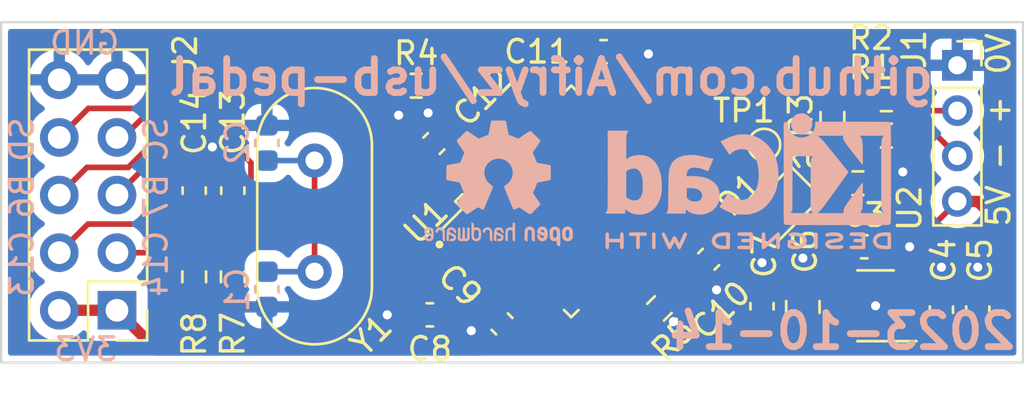
<source format=kicad_pcb>
(kicad_pcb (version 20221018) (generator pcbnew)
  (layers (0 "F.Cu" signal) (31 "B.Cu" signal) (34 "B.Paste" user) (35 "F.Paste" user) (36 "B.SilkS" user "B.Silkscreen") (37 "F.SilkS" user "F.Silkscreen") (38 "B.Mask" user) (39 "F.Mask" user) (44 "Edge.Cuts" user))
  (net 0 "")
  (net 18 "Net-(U1-PA9)")
  (net 25 "/VBAT")
  (net 26 "Net-(U1-PD0)")
  (net 27 "Net-(U1-PD1)")
  (net 28 "Net-(U1-NRST)")
  (net 29 "GND")
  (net 30 "+3V3")
  (net 31 "/BOOT1")
  (net 32 "/EN")
  (net 33 "/DM")
  (net 34 "/DP")
  (net 35 "/SWDIO")
  (net 36 "/SWCLK")
  (net 37 "/BOOT0")
  (net 38 "+5V")
  (net 39 "Net-(U2-BP)")
  (net 40 "Net-(J1-Pin_2)")
  (net 41 "Net-(J1-Pin_3)")
  (net 42 "Net-(D1-K)")
  (net 43 "Net-(D1-A)")
  (net 44 "/IN2")
  (net 45 "/IN1")
  (net 46 "/PB6")
  (net 47 "/PB7")
  (footprint "Package_TO_SOT_SMD:SOT-23-5" (layer "F.Cu") (at 128.5 62.5 180)
    (fp_text reference "U2" (at -1.5 4.3 90) (layer "F.SilkS"))
    (fp_text value "AP131-33")
    (pad "1" smd roundrect (at -1.1375 -0.95 180) (size 1.325 0.6) (layers "F.Cu" "F.Paste" "F.Mask") (net 38 "+5V"))
    (pad "2" smd roundrect (at -1.1375 0 180) (size 1.325 0.6) (layers "F.Cu" "F.Paste" "F.Mask") (net 29 "GND"))
    (pad "3" smd roundrect (at -1.1375 0.95 180) (size 1.325 0.6) (layers "F.Cu" "F.Paste" "F.Mask") (net 38 "+5V"))
    (pad "4" smd roundrect (at 1.1375 0.95 180) (size 1.325 0.6) (layers "F.Cu" "F.Paste" "F.Mask") (net 39 "Net-(U2-BP)"))
    (pad "5" smd roundrect (at 1.1375 -0.95 180) (size 1.325 0.6) (layers "F.Cu" "F.Paste" "F.Mask") (net 30 "+3V3"))
  )
  (footprint "Capacitor_SMD:C_0603_1608Metric" (layer "F.Cu") (at 131.4 62.675 -90)
    (fp_text reference "C4" (at -2.175 -0.1 90) (layer "F.SilkS"))
    (fp_text value "100n")
    (pad "1" smd roundrect (at -0.775 0 270) (size 0.9 0.95) (layers "F.Cu" "F.Paste" "F.Mask") (net 29 "GND"))
    (pad "2" smd roundrect (at 0.775 0 270) (size 0.9 0.95) (layers "F.Cu" "F.Paste" "F.Mask") (net 38 "+5V"))
  )
  (footprint "Crystal:Crystal_HC18-U_Vertical" (layer "F.Cu") (at 103.8 61 90)
    (fp_text reference "Y1" (at -2.8 2.5 225) (layer "F.SilkS"))
    (fp_text value "8MHz")
    (pad "1" thru_hole circle (at 0 0 90) (size 1.5 1.5) (drill 0.8) (layers "*.Cu" "*.Mask") (net 27 "Net-(U1-PD1)"))
    (pad "2" thru_hole circle (at 4.9 0 90) (size 1.5 1.5) (drill 0.8) (layers "*.Cu" "*.Mask") (net 26 "Net-(U1-PD0)"))
  )
  (footprint "Capacitor_SMD:C_0603_1608Metric" (layer "F.Cu") (at 100.2 57.425 -90)
    (fp_text reference "C13" (at -3.025 0 90) (layer "F.SilkS"))
    (fp_text value "100n")
    (pad "1" smd roundrect (at -0.775 0 270) (size 0.9 0.95) (layers "F.Cu" "F.Paste" "F.Mask") (net 29 "GND"))
    (pad "2" smd roundrect (at 0.775 0 270) (size 0.9 0.95) (layers "F.Cu" "F.Paste" "F.Mask") (net 44 "/IN2"))
  )
  (footprint "Capacitor_SMD:C_0603_1608Metric" (layer "F.Cu") (at 109.051992 55.348008 -135)
    (fp_text reference "C12" (at -2.967031 -0.070711 45) (layer "F.SilkS"))
    (fp_text value "100n")
    (pad "1" smd roundrect (at -0.775 0 225) (size 0.9 0.95) (layers "F.Cu" "F.Paste" "F.Mask") (net 29 "GND"))
    (pad "2" smd roundrect (at 0.775 0 225) (size 0.9 0.95) (layers "F.Cu" "F.Paste" "F.Mask") (net 30 "+3V3"))
  )
  (footprint "Capacitor_SMD:C_0603_1608Metric" (layer "F.Cu") (at 116.525 51.3 180)
    (fp_text reference "C11" (at 2.925 0) (layer "F.SilkS"))
    (fp_text value "100n")
    (pad "1" smd roundrect (at -0.775 0 180) (size 0.9 0.95) (layers "F.Cu" "F.Paste" "F.Mask") (net 29 "GND"))
    (pad "2" smd roundrect (at 0.775 0 180) (size 0.9 0.95) (layers "F.Cu" "F.Paste" "F.Mask") (net 30 "+3V3"))
  )
  (footprint "Resistor_SMD:R_0603_1608Metric" (layer "F.Cu") (at 100.2 61.225 90)
    (fp_text reference "R7" (at -2.525 0 90) (layer "F.SilkS"))
    (fp_text value "1k5")
    (pad "1" smd roundrect (at -0.825 0 90) (size 0.8 0.95) (layers "F.Cu" "F.Paste" "F.Mask") (net 30 "+3V3"))
    (pad "2" smd roundrect (at 0.825 0 90) (size 0.8 0.95) (layers "F.Cu" "F.Paste" "F.Mask") (net 44 "/IN2"))
  )
  (footprint "Package_QFP:LQFP-48_7x7mm_P0.5mm" (layer "F.Cu") (at 115.1 57.9 45)
    (fp_text reference "U1" (at -5.16188 -3.889087 45) (layer "F.SilkS"))
    (fp_text value "STM32F103C8Tx")
    (pad "1" smd roundrect (at -4.1625 -2.75 45) (size 1.475 0.3) (layers "F.Cu" "F.Paste" "F.Mask") (net 25 "/VBAT"))
    (pad "2" smd roundrect (at -4.1625 -2.25 45) (size 1.475 0.3) (layers "F.Cu" "F.Paste" "F.Mask") (net 45 "/IN1"))
    (pad "3" smd roundrect (at -4.1625 -1.75 45) (size 1.475 0.3) (layers "F.Cu" "F.Paste" "F.Mask") (net 44 "/IN2"))
    (pad "4" smd roundrect (at -4.1625 -1.25 45) (size 1.475 0.3) (layers "F.Cu" "F.Paste" "F.Mask"))
    (pad "5" smd roundrect (at -4.1625 -0.75 45) (size 1.475 0.3) (layers "F.Cu" "F.Paste" "F.Mask") (net 26 "Net-(U1-PD0)"))
    (pad "6" smd roundrect (at -4.1625 -0.25 45) (size 1.475 0.3) (layers "F.Cu" "F.Paste" "F.Mask") (net 27 "Net-(U1-PD1)"))
    (pad "7" smd roundrect (at -4.1625 0.25 45) (size 1.475 0.3) (layers "F.Cu" "F.Paste" "F.Mask") (net 28 "Net-(U1-NRST)"))
    (pad "8" smd roundrect (at -4.1625 0.75 45) (size 1.475 0.3) (layers "F.Cu" "F.Paste" "F.Mask") (net 29 "GND"))
    (pad "9" smd roundrect (at -4.1625 1.25 45) (size 1.475 0.3) (layers "F.Cu" "F.Paste" "F.Mask") (net 30 "+3V3"))
    (pad "10" smd roundrect (at -4.1625 1.75 45) (size 1.475 0.3) (layers "F.Cu" "F.Paste" "F.Mask"))
    (pad "11" smd roundrect (at -4.1625 2.25 45) (size 1.475 0.3) (layers "F.Cu" "F.Paste" "F.Mask"))
    (pad "12" smd roundrect (at -4.1625 2.75 45) (size 1.475 0.3) (layers "F.Cu" "F.Paste" "F.Mask"))
    (pad "13" smd roundrect (at -2.75 4.1625 45) (size 0.3 1.475) (layers "F.Cu" "F.Paste" "F.Mask"))
    (pad "14" smd roundrect (at -2.25 4.1625 45) (size 0.3 1.475) (layers "F.Cu" "F.Paste" "F.Mask"))
    (pad "15" smd roundrect (at -1.75 4.1625 45) (size 0.3 1.475) (layers "F.Cu" "F.Paste" "F.Mask"))
    (pad "16" smd roundrect (at -1.25 4.1625 45) (size 0.3 1.475) (layers "F.Cu" "F.Paste" "F.Mask"))
    (pad "17" smd roundrect (at -0.75 4.1625 45) (size 0.3 1.475) (layers "F.Cu" "F.Paste" "F.Mask"))
    (pad "18" smd roundrect (at -0.25 4.1625 45) (size 0.3 1.475) (layers "F.Cu" "F.Paste" "F.Mask"))
    (pad "19" smd roundrect (at 0.25 4.1625 45) (size 0.3 1.475) (layers "F.Cu" "F.Paste" "F.Mask"))
    (pad "20" smd roundrect (at 0.75 4.1625 45) (size 0.3 1.475) (layers "F.Cu" "F.Paste" "F.Mask") (net 31 "/BOOT1"))
    (pad "21" smd roundrect (at 1.25 4.1625 45) (size 0.3 1.475) (layers "F.Cu" "F.Paste" "F.Mask"))
    (pad "22" smd roundrect (at 1.75 4.1625 45) (size 0.3 1.475) (layers "F.Cu" "F.Paste" "F.Mask"))
    (pad "23" smd roundrect (at 2.25 4.1625 45) (size 0.3 1.475) (layers "F.Cu" "F.Paste" "F.Mask") (net 29 "GND"))
    (pad "24" smd roundrect (at 2.75 4.1625 45) (size 0.3 1.475) (layers "F.Cu" "F.Paste" "F.Mask") (net 30 "+3V3"))
    (pad "25" smd roundrect (at 4.1625 2.75 45) (size 1.475 0.3) (layers "F.Cu" "F.Paste" "F.Mask") (net 43 "Net-(D1-A)"))
    (pad "26" smd roundrect (at 4.1625 2.25 45) (size 1.475 0.3) (layers "F.Cu" "F.Paste" "F.Mask"))
    (pad "27" smd roundrect (at 4.1625 1.75 45) (size 1.475 0.3) (layers "F.Cu" "F.Paste" "F.Mask"))
    (pad "28" smd roundrect (at 4.1625 1.25 45) (size 1.475 0.3) (layers "F.Cu" "F.Paste" "F.Mask"))
    (pad "29" smd roundrect (at 4.1625 0.75 45) (size 1.475 0.3) (layers "F.Cu" "F.Paste" "F.Mask"))
    (pad "30" smd roundrect (at 4.1625 0.25 45) (size 1.475 0.3) (layers "F.Cu" "F.Paste" "F.Mask") (net 18 "Net-(U1-PA9)"))
    (pad "31" smd roundrect (at 4.1625 -0.25 45) (size 1.475 0.3) (layers "F.Cu" "F.Paste" "F.Mask") (net 32 "/EN"))
    (pad "32" smd roundrect (at 4.1625 -0.75 45) (size 1.475 0.3) (layers "F.Cu" "F.Paste" "F.Mask") (net 33 "/DM"))
    (pad "33" smd roundrect (at 4.1625 -1.25 45) (size 1.475 0.3) (layers "F.Cu" "F.Paste" "F.Mask") (net 34 "/DP"))
    (pad "34" smd roundrect (at 4.1625 -1.75 45) (size 1.475 0.3) (layers "F.Cu" "F.Paste" "F.Mask") (net 35 "/SWDIO"))
    (pad "35" smd roundrect (at 4.1625 -2.25 45) (size 1.475 0.3) (layers "F.Cu" "F.Paste" "F.Mask") (net 29 "GND"))
    (pad "36" smd roundrect (at 4.1625 -2.75 45) (size 1.475 0.3) (layers "F.Cu" "F.Paste" "F.Mask") (net 30 "+3V3"))
    (pad "37" smd roundrect (at 2.75 -4.1625 45) (size 0.3 1.475) (layers "F.Cu" "F.Paste" "F.Mask") (net 36 "/SWCLK"))
    (pad "38" smd roundrect (at 2.25 -4.1625 45) (size 0.3 1.475) (layers "F.Cu" "F.Paste" "F.Mask"))
    (pad "39" smd roundrect (at 1.75 -4.1625 45) (size 0.3 1.475) (layers "F.Cu" "F.Paste" "F.Mask"))
    (pad "40" smd roundrect (at 1.25 -4.1625 45) (size 0.3 1.475) (layers "F.Cu" "F.Paste" "F.Mask"))
    (pad "41" smd roundrect (at 0.75 -4.1625 45) (size 0.3 1.475) (layers "F.Cu" "F.Paste" "F.Mask"))
    (pad "42" smd roundrect (at 0.25 -4.1625 45) (size 0.3 1.475) (layers "F.Cu" "F.Paste" "F.Mask") (net 46 "/PB6"))
    (pad "43" smd roundrect (at -0.25 -4.1625 45) (size 0.3 1.475) (layers "F.Cu" "F.Paste" "F.Mask") (net 47 "/PB7"))
    (pad "44" smd roundrect (at -0.75 -4.1625 45) (size 0.3 1.475) (layers "F.Cu" "F.Paste" "F.Mask") (net 37 "/BOOT0"))
    (pad "45" smd roundrect (at -1.25 -4.1625 45) (size 0.3 1.475) (layers "F.Cu" "F.Paste" "F.Mask"))
    (pad "46" smd roundrect (at -1.75 -4.1625 45) (size 0.3 1.475) (layers "F.Cu" "F.Paste" "F.Mask"))
    (pad "47" smd roundrect (at -2.25 -4.1625 45) (size 0.3 1.475) (layers "F.Cu" "F.Paste" "F.Mask") (net 29 "GND"))
    (pad "48" smd roundrect (at -2.75 -4.1625 45) (size 0.3 1.475) (layers "F.Cu" "F.Paste" "F.Mask") (net 30 "+3V3"))
  )
  (footprint "Resistor_SMD:R_0603_1608Metric" (layer "F.Cu") (at 108.275 52.8)
    (fp_text reference "R4" (at 0 -1.43) (layer "F.SilkS"))
    (fp_text value "0R")
    (pad "1" smd roundrect (at -0.825 0) (size 0.8 0.95) (layers "F.Cu" "F.Paste" "F.Mask") (net 29 "GND"))
    (pad "2" smd roundrect (at 0.825 0) (size 0.8 0.95) (layers "F.Cu" "F.Paste" "F.Mask") (net 37 "/BOOT0"))
  )
  (footprint "Resistor_SMD:R_0603_1608Metric" (layer "F.Cu") (at 128.975 53.4)
    (fp_text reference "R2" (at -0.675 -2.7) (layer "F.SilkS"))
    (fp_text value "22R")
    (pad "1" smd roundrect (at -0.825 0) (size 0.8 0.95) (layers "F.Cu" "F.Paste" "F.Mask") (net 34 "/DP"))
    (pad "2" smd roundrect (at 0.825 0) (size 0.8 0.95) (layers "F.Cu" "F.Paste" "F.Mask") (net 40 "Net-(J1-Pin_2)"))
  )
  (footprint "Resistor_SMD:R_0603_1608Metric" (layer "F.Cu") (at 127.725 57.1)
    (fp_text reference "R6" (at -2.425 -1.2) (layer "F.SilkS"))
    (fp_text value "510")
    (pad "1" smd roundrect (at -0.825 0) (size 0.8 0.95) (layers "F.Cu" "F.Paste" "F.Mask") (net 42 "Net-(D1-K)"))
    (pad "2" smd roundrect (at 0.825 0) (size 0.8 0.95) (layers "F.Cu" "F.Paste" "F.Mask") (net 29 "GND"))
  )
  (footprint "Resistor_SMD:R_0603_1608Metric" (layer "F.Cu") (at 128.975 55 180)
    (fp_text reference "R1" (at 0.675 3) (layer "F.SilkS"))
    (fp_text value "22R")
    (pad "1" smd roundrect (at -0.825 0 180) (size 0.8 0.95) (layers "F.Cu" "F.Paste" "F.Mask") (net 41 "Net-(J1-Pin_3)"))
    (pad "2" smd roundrect (at 0.825 0 180) (size 0.8 0.95) (layers "F.Cu" "F.Paste" "F.Mask") (net 33 "/DM"))
  )
  (footprint "TestPoint:TestPoint_Pad_D1.0mm" (layer "F.Cu") (at 123.6 55.4)
    (fp_text reference "TP1" (at -0.9 -1.5) (layer "F.SilkS"))
    (fp_text value "PA9")
    (pad "1" smd circle (at 0 0) (size 1 1) (layers "F.Cu" "F.Mask") (net 18 "Net-(U1-PA9)"))
  )
  (footprint "Connector_PinSocket_2.00mm:PinSocket_1x04_P2.00mm_Vertical" (layer "F.Cu") (at 132.1 51.9)
    (fp_text reference "J1" (at -1.9 -0.7 90) (layer "F.SilkS"))
    (fp_text value "USB")
    (pad "1" thru_hole rect (at 0 0) (size 1.35 1.35) (drill 0.8) (layers "*.Cu" "*.Mask") (net 29 "GND"))
    (pad "2" thru_hole oval (at 0 2) (size 1.35 1.35) (drill 0.8) (layers "*.Cu" "*.Mask") (net 40 "Net-(J1-Pin_2)"))
    (pad "3" thru_hole oval (at 0 4) (size 1.35 1.35) (drill 0.8) (layers "*.Cu" "*.Mask") (net 41 "Net-(J1-Pin_3)"))
    (pad "4" thru_hole oval (at 0 6) (size 1.35 1.35) (drill 0.8) (layers "*.Cu" "*.Mask") (net 38 "+5V"))
  )
  (footprint "LED_SMD:LED_0805_2012Metric" (layer "F.Cu") (at 124.262913 58.237087 -135)
    (fp_text reference "D1" (at 0.796079 1.697056 45) (layer "F.SilkS"))
    (fp_text value "LED")
    (pad "1" smd roundrect (at -0.9375 0 225) (size 0.975 1.4) (layers "F.Cu" "F.Paste" "F.Mask") (net 42 "Net-(D1-K)"))
    (pad "2" smd roundrect (at 0.9375 0 225) (size 0.975 1.4) (layers "F.Cu" "F.Paste" "F.Mask") (net 43 "Net-(D1-A)"))
  )
  (footprint "Resistor_SMD:R_0603_1608Metric" (layer "F.Cu") (at 98.5 61.225 90)
    (fp_text reference "R8" (at -2.525 0 90) (layer "F.SilkS"))
    (fp_text value "1k5")
    (pad "1" smd roundrect (at -0.825 0 90) (size 0.8 0.95) (layers "F.Cu" "F.Paste" "F.Mask") (net 30 "+3V3"))
    (pad "2" smd roundrect (at 0.825 0 90) (size 0.8 0.95) (layers "F.Cu" "F.Paste" "F.Mask") (net 45 "/IN1"))
  )
  (footprint "Resistor_SMD:R_0603_1608Metric" (layer "F.Cu") (at 126.6 54.2 -90)
    (fp_text reference "R3" (at -0.075 1.4 90) (layer "F.SilkS"))
    (fp_text value "1k5")
    (pad "1" smd roundrect (at -0.825 0 270) (size 0.8 0.95) (layers "F.Cu" "F.Paste" "F.Mask") (net 34 "/DP"))
    (pad "2" smd roundrect (at 0.825 0 270) (size 0.8 0.95) (layers "F.Cu" "F.Paste" "F.Mask") (net 32 "/EN"))
  )
  (footprint "Capacitor_SMD:C_0603_1608Metric" (layer "F.Cu") (at 121.151992 60.448008 45)
    (fp_text reference "C10" (at -1.204899 1.979899 45) (layer "F.SilkS"))
    (fp_text value "100n")
    (pad "1" smd roundrect (at -0.775 0 45) (size 0.9 0.95) (layers "F.Cu" "F.Paste" "F.Mask") (net 29 "GND"))
    (pad "2" smd roundrect (at 0.775 0 45) (size 0.9 0.95) (layers "F.Cu" "F.Paste" "F.Mask") (net 30 "+3V3"))
  )
  (footprint "Resistor_SMD:R_0603_1608Metric" (layer "F.Cu") (at 118.983363 62.616637 45)
    (fp_text reference "R5" (at -0.542157 1.414214 45) (layer "F.SilkS"))
    (fp_text value "0R")
    (pad "1" smd roundrect (at -0.825 0 45) (size 0.8 0.95) (layers "F.Cu" "F.Paste" "F.Mask") (net 29 "GND"))
    (pad "2" smd roundrect (at 0.825 0 45) (size 0.8 0.95) (layers "F.Cu" "F.Paste" "F.Mask") (net 31 "/BOOT1"))
  )
  (footprint "Capacitor_SMD:C_0603_1608Metric" (layer "F.Cu") (at 98.5 57.425 -90)
    (fp_text reference "C14" (at -3.025 0 90) (layer "F.SilkS"))
    (fp_text value "100n")
    (pad "1" smd roundrect (at -0.775 0 270) (size 0.9 0.95) (layers "F.Cu" "F.Paste" "F.Mask") (net 29 "GND"))
    (pad "2" smd roundrect (at 0.775 0 270) (size 0.9 0.95) (layers "F.Cu" "F.Paste" "F.Mask") (net 45 "/IN1"))
  )
  (footprint "Capacitor_SMD:C_0603_1608Metric" (layer "F.Cu") (at 108.875 62.9)
    (fp_text reference "C8" (at 0 1.5) (layer "F.SilkS"))
    (fp_text value "1u")
    (pad "1" smd roundrect (at -0.775 0) (size 0.9 0.95) (layers "F.Cu" "F.Paste" "F.Mask") (net 29 "GND"))
    (pad "2" smd roundrect (at 0.775 0) (size 0.9 0.95) (layers "F.Cu" "F.Paste" "F.Mask") (net 28 "Net-(U1-NRST)"))
  )
  (footprint "Capacitor_SMD:C_0603_1608Metric" (layer "F.Cu") (at 133 62.675 -90)
    (fp_text reference "C5" (at -2.175 -0.1 90) (layer "F.SilkS"))
    (fp_text value "1u")
    (pad "1" smd roundrect (at -0.775 0 270) (size 0.9 0.95) (layers "F.Cu" "F.Paste" "F.Mask") (net 29 "GND"))
    (pad "2" smd roundrect (at 0.775 0 270) (size 0.9 0.95) (layers "F.Cu" "F.Paste" "F.Mask") (net 38 "+5V"))
  )
  (footprint "Capacitor_SMD:C_0603_1608Metric" (layer "F.Cu") (at 128 59.9 180)
    (fp_text reference "C3" (at 0 1.4) (layer "F.SilkS"))
    (fp_text value "22n")
    (pad "1" smd roundrect (at -0.775 0 180) (size 0.9 0.95) (layers "F.Cu" "F.Paste" "F.Mask") (net 29 "GND"))
    (pad "2" smd roundrect (at 0.775 0 180) (size 0.9 0.95) (layers "F.Cu" "F.Paste" "F.Mask") (net 39 "Net-(U2-BP)"))
  )
  (footprint "Capacitor_SMD:C_0805_2012Metric" (layer "F.Cu") (at 125.3 62.55 -90)
    (fp_text reference "C6" (at -2.45 -0.1 90) (layer "F.SilkS"))
    (fp_text value "10u")
    (pad "1" smd roundrect (at -0.95 0 270) (size 1 1.45) (layers "F.Cu" "F.Paste" "F.Mask") (net 29 "GND"))
    (pad "2" smd roundrect (at 0.95 0 270) (size 1 1.45) (layers "F.Cu" "F.Paste" "F.Mask") (net 30 "+3V3"))
  )
  (footprint "Connector_PinHeader_2.54mm:PinHeader_2x05_P2.54mm_Vertical" (layer "F.Cu") (at 95.1 62.7 180)
    (fp_text reference "J2" (at -3 11.3 90) (layer "F.SilkS"))
    (fp_text value "IO")
    (pad "1" thru_hole rect (at 0 0 180) (size 1.7 1.7) (drill 1) (layers "*.Cu" "*.Mask") (net 30 "+3V3"))
    (pad "2" thru_hole oval (at 2.54 0 180) (size 1.7 1.7) (drill 1) (layers "*.Cu" "*.Mask") (net 30 "+3V3"))
    (pad "3" thru_hole oval (at 0 2.54 180) (size 1.7 1.7) (drill 1) (layers "*.Cu" "*.Mask") (net 44 "/IN2"))
    (pad "4" thru_hole oval (at 2.54 2.54 180) (size 1.7 1.7) (drill 1) (layers "*.Cu" "*.Mask") (net 45 "/IN1"))
    (pad "5" thru_hole oval (at 0 5.08 180) (size 1.7 1.7) (drill 1) (layers "*.Cu" "*.Mask") (net 47 "/PB7"))
    (pad "6" thru_hole oval (at 2.54 5.08 180) (size 1.7 1.7) (drill 1) (layers "*.Cu" "*.Mask") (net 46 "/PB6"))
    (pad "7" thru_hole oval (at 0 7.62 180) (size 1.7 1.7) (drill 1) (layers "*.Cu" "*.Mask") (net 36 "/SWCLK"))
    (pad "8" thru_hole oval (at 2.54 7.62 180) (size 1.7 1.7) (drill 1) (layers "*.Cu" "*.Mask") (net 35 "/SWDIO"))
    (pad "9" thru_hole oval (at 0 10.16 180) (size 1.7 1.7) (drill 1) (layers "*.Cu" "*.Mask") (net 29 "GND"))
    (pad "10" thru_hole oval (at 2.54 10.16 180) (size 1.7 1.7) (drill 1) (layers "*.Cu" "*.Mask") (net 29 "GND"))
  )
  (footprint "Capacitor_SMD:C_0603_1608Metric" (layer "F.Cu") (at 123.5 62.525 -90)
    (fp_text reference "C7" (at -2.225 -0.1 90) (layer "F.SilkS"))
    (fp_text value "100n")
    (pad "1" smd roundrect (at -0.775 0 270) (size 0.9 0.95) (layers "F.Cu" "F.Paste" "F.Mask") (net 29 "GND"))
    (pad "2" smd roundrect (at 0.775 0 270) (size 0.9 0.95) (layers "F.Cu" "F.Paste" "F.Mask") (net 30 "+3V3"))
  )
  (footprint "Capacitor_SMD:C_0603_1608Metric" (layer "F.Cu") (at 112.051992 63.3 -45)
    (fp_text reference "C9" (at -2.511638 0.107475 135) (layer "F.SilkS"))
    (fp_text value "100n")
    (pad "1" smd roundrect (at -0.775 0 315) (size 0.9 0.95) (layers "F.Cu" "F.Paste" "F.Mask") (net 29 "GND"))
    (pad "2" smd roundrect (at 0.775 0 315) (size 0.9 0.95) (layers "F.Cu" "F.Paste" "F.Mask") (net 30 "+3V3"))
  )
  (footprint "Capacitor_SMD:C_0603_1608Metric" (layer "B.Cu") (at 101.7 55.325 -90)
    (fp_text reference "C2" (at -0.025 1.3 90) (layer "B.SilkS") (effects (justify mirror)))
    (fp_text value "20p")
    (pad "1" smd roundrect (at -0.775 0 270) (size 0.9 0.95) (layers "B.Cu" "B.Paste" "B.Mask") (net 29 "GND"))
    (pad "2" smd roundrect (at 0.775 0 270) (size 0.9 0.95) (layers "B.Cu" "B.Paste" "B.Mask") (net 26 "Net-(U1-PD0)"))
  )
  (footprint "Symbol:OSHW-Logo2_7.3x6mm_SilkScreen" (layer "B.Cu") (at 111.9 57.1 180)
    (fp_text reference "REF**" hide)
    (fp_text value "OSHW-Logo2_7.3x6mm_SilkScreen" hide)
  )
  (footprint "Capacitor_SMD:C_0603_1608Metric" (layer "B.Cu") (at 101.7 61.775 90)
    (fp_text reference "C1" (at -0.025 -1.3 90) (layer "B.SilkS") (effects (justify mirror)))
    (fp_text value "20p")
    (pad "1" smd roundrect (at -0.775 0 90) (size 0.9 0.95) (layers "B.Cu" "B.Paste" "B.Mask") (net 29 "GND"))
    (pad "2" smd roundrect (at 0.775 0 90) (size 0.9 0.95) (layers "B.Cu" "B.Paste" "B.Mask") (net 27 "Net-(U1-PD1)"))
  )
  (footprint "Symbol:KiCad-Logo2_5mm_SilkScreen" (layer "B.Cu") (at 122.9 57 180)
    (fp_text reference "REF**" hide)
    (fp_text value "KiCad-Logo2_5mm_SilkScreen" hide)
  )
  (gr_circle (center 109.3 59.8) (end 109.4 59.8) (stroke (width 0.15)) (fill solid) (layer "F.SilkS"))
  (gr_rect (start 90 50) (end 135 65) (stroke (width 0.1)) (fill none) (layer "Edge.Cuts"))
  (gr_text "SC" (at 97.4 54.1 90) (layer "B.SilkS") (effects (font (size 1 1)) (justify left bottom mirror)))
  (gr_text "SD" (at 91.5 54.1 90) (layer "B.SilkS") (effects (font (size 1 1)) (justify left bottom mirror)))
  (gr_text "GND" (at 95.3 51.5) (layer "B.SilkS") (effects (font (size 1 1)) (justify left bottom mirror)))
  (gr_text "C13" (at 91.5 59.1 90) (layer "B.SilkS") (effects (font (size 1 1)) (justify left bottom mirror)))
  (gr_text "3V3" (at 95.2 65) (layer "B.SilkS") (effects (font (size 1 1)) (justify left bottom mirror)))
  (gr_text "C14" (at 97.4 59.1 90) (layer "B.SilkS") (effects (font (size 1 1)) (justify left bottom mirror)))
  (gr_text "2023-10-14" (at 134.8 64.5) (layer "B.SilkS") (effects (font (size 1.5 1.5) (thickness 0.3) bold) (justify left bottom mirror)))
  (gr_text "github.com/Aifryz/usb-pedal" (at 131.2 53.3) (layer "B.SilkS") (effects (font (size 1.5 1.5) (thickness 0.3) bold) (justify left bottom mirror)))
  (gr_text "B6" (at 91.5 56.6 90) (layer "B.SilkS") (effects (font (size 1 1)) (justify left bottom mirror)))
  (gr_text "B7" (at 97.4 56.6 90) (layer "B.SilkS") (effects (font (size 1 1)) (justify left bottom mirror)))
  (gr_text "+" (at 134.5 54.6 90) (layer "F.SilkS") (effects (font (size 1 1)) (justify left bottom)))
  (gr_text "0V" (at 134.5 52.4 90) (layer "F.SilkS") (effects (font (size 1 1)) (justify left bottom)))
  (gr_text "-" (at 134.5 56.6 90) (layer "F.SilkS") (effects (font (size 1 1)) (justify left bottom)))
  (gr_text "5V" (at 134.5 59.1 90) (layer "F.SilkS") (effects (font (size 1 1)) (justify left bottom)))
  (segment (start 118.220109 55.133445) (end 119.153554 54.2) (width 0.25) (layer "F.Cu") (net 18))
  (segment (start 119.153554 54.2) (end 122.1 54.2) (width 0.25) (layer "F.Cu") (net 18))
  (segment (start 123.6 55.4) (end 122.4 54.2) (width 0.25) (layer "F.Cu") (net 18))
  (segment (start 122.4 54.2) (end 122.1 54.2) (width 0.25) (layer "F.Cu") (net 18))
  (segment (start 103.8 58.3) (end 104.1 58.6) (width 0.25) (layer "F.Cu") (net 26))
  (segment (start 103.8 56.1) (end 103.8 58.3) (width 0.25) (layer "F.Cu") (net 26))
  (segment (start 111.0584 60.88094) (end 111.626338 60.313002) (width 0.25) (layer "F.Cu") (net 26))
  (segment (start 107.88094 60.88094) (end 111.0584 60.88094) (width 0.25) (layer "F.Cu") (net 26))
  (segment (start 104.1 58.6) (end 105.6 58.6) (width 0.25) (layer "F.Cu") (net 26))
  (segment (start 105.6 58.6) (end 107.88094 60.88094) (width 0.25) (layer "F.Cu") (net 26))
  (segment (start 103.8 56.1) (end 101.7 56.1) (width 0.25) (layer "B.Cu") (net 26))
  (segment (start 111.315506 61.33094) (end 111.979891 60.666555) (width 0.25) (layer "F.Cu") (net 27))
  (segment (start 105.413604 59.05) (end 107.694544 61.33094) (width 0.25) (layer "F.Cu") (net 27))
  (segment (start 107.694544 61.33094) (end 111.315506 61.33094) (width 0.25) (layer "F.Cu") (net 27))
  (segment (start 104.1 59.05) (end 105.413604 59.05) (width 0.25) (layer "F.Cu") (net 27))
  (segment (start 103.8 59.35) (end 104.1 59.05) (width 0.25) (layer "F.Cu") (net 27))
  (segment (start 103.8 61) (end 103.8 59.35) (width 0.25) (layer "F.Cu") (net 27))
  (segment (start 103.8 61) (end 101.7 61) (width 0.25) (layer "B.Cu") (net 27))
  (segment (start 112.333445 61.020109) (end 111.572614 61.78094) (width 0.25) (layer "F.Cu") (net 28))
  (segment (start 111.37902 61.78094) (end 110.25996 62.9) (width 0.25) (layer "F.Cu") (net 28))
  (segment (start 111.572614 61.78094) (end 111.37902 61.78094) (width 0.25) (layer "F.Cu") (net 28))
  (segment (start 110.25996 62.9) (end 109.65 62.9) (width 0.25) (layer "F.Cu") (net 28))
  (segment (start 120.603984 60.996016) (end 120.696016 60.996016) (width 0.25) (layer "F.Cu") (net 29))
  (segment (start 111.503984 62.751992) (end 111.503984 62.796016) (width 0.25) (layer "F.Cu") (net 29))
  (segment (start 111.503984 62.556676) (end 111.503984 62.751992) (width 0.25) (layer "F.Cu") (net 29))
  (segment (start 129.2 57.1) (end 129.7 56.6) (width 0.25) (layer "F.Cu") (net 29))
  (segment (start 111.503984 62.803984) (end 111.503984 62.556676) (width 0.25) (layer "F.Cu") (net 29))
  (segment (start 120.603984 60.996016) (end 120.603984 60.222004) (width 0.25) (layer "F.Cu") (net 29))
  (segment (start 109.6 55.58198) (end 110.565678 56.547658) (width 0.25) (layer "F.Cu") (net 29))
  (segment (start 107.45 54.05) (end 107.5 54.1) (width 0.25) (layer "F.Cu") (net 29))
  (segment (start 111.503984 62.803984) (end 111.496016 62.803984) (width 0.25) (layer "F.Cu") (net 29))
  (segment (start 128.5 62.5) (end 126.2 62.5) (width 0.5) (layer "F.Cu") (net 29))
  (segment (start 117.3 52.51802) (end 117.3 51.2) (width 0.25) (layer "F.Cu") (net 29))
  (segment (start 131.4 61.9) (end 131.4 60.8) (width 0.5) (layer "F.Cu") (net 29))
  (segment (start 126.2 62.5) (end 125.3 61.6) (width 0.5) (layer "F.Cu") (net 29))
  (segment (start 120.603984 60.222004) (end 119.634322 59.252342) (width 0.25) (layer "F.Cu") (net 29))
  (segment (start 120.696016 60.996016) (end 121.5 61.8) (width 0.4) (layer "F.Cu") (net 29))
  (segment (start 109.6 54.8) (end 109.6 55.58198) (width 0.25) (layer "F.Cu") (net 29))
  (segment (start 108.1 62.9) (end 107 62.9) (width 0.4) (layer "F.Cu") (net 29))
  (segment (start 125.3 61.6) (end 125.3 60.4) (width 0.5) (layer "F.Cu") (net 29))
  (segment (start 98.5 56.3) (end 99.3 55.5) (width 0.25) (layer "F.Cu") (net 29))
  (segment (start 130.8 62.5) (end 131.4 61.9) (width 0.5) (layer "F.Cu") (net 29))
  (segment (start 116.452342 53.365678) (end 117.3 52.51802) (width 0.25) (layer "F.Cu") (net 29))
  (segment (start 107.45 52.8) (end 107.45 54.05) (width 0.25) (layer "F.Cu") (net 29))
  (segment (start 100.2 56.4) (end 99.3 55.5) (width 0.25) (layer "F.Cu") (net 29))
  (segment (start 131.4 61.9) (end 133 61.9) (width 0.5) (layer "F.Cu") (net 29))
  (segment (start 117.3 51.2) (end 118.3 51.2) (width 0.4) (layer "F.Cu") (net 29))
  (segment (start 125.3 61.6) (end 123.65 61.6) (width 0.5) (layer "F.Cu") (net 29))
  (segment (start 123.5 61.75) (end 123.5 60.6) (width 0.5) (layer "F.Cu") (net 29))
  (segment (start 123.65 61.6) (end 123.5 61.75) (width 0.5) (layer "F.Cu") (net 29))
  (segment (start 98.5 56.65) (end 98.5 56.3) (width 0.25) (layer "F.Cu") (net 29))
  (segment (start 118.3 51.2) (end 118.5 51.4) (width 0.25) (layer "F.Cu") (net 29))
  (segment (start 129.6375 62.5) (end 128.5 62.5) (width 0.5) (layer "F.Cu") (net 29))
  (segment (start 129.6375 62.5) (end 130.8 62.5) (width 0.5) (layer "F.Cu") (net 29))
  (segment (start 128.775 59.9) (end 130 59.9) (width 0.5) (layer "F.Cu") (net 29))
  (segment (start 133 60.8) (end 133 61.9) (width 0.5) (layer "F.Cu") (net 29))
  (segment (start 118.4 63.2) (end 119.6 63.2) (width 0.5) (layer "F.Cu") (net 29))
  (segment (start 128.55 57.1) (end 129.2 57.1) (width 0.25) (layer "F.Cu") (net 29))
  (segment (start 111.503984 62.796016) (end 110.7 63.6) (width 0.4) (layer "F.Cu") (net 29))
  (segment (start 112.686998 61.373662) (end 111.503984 62.556676) (width 0.25) (layer "F.Cu") (net 29))
  (segment (start 109.6 54.8) (end 108.8 54) (width 0.4) (layer "F.Cu") (net 29))
  (segment (start 100.2 56.65) (end 100.2 56.4) (width 0.25) (layer "F.Cu") (net 29))
  (via (at 118.5 51.4) (size 0.8) (drill 0.4) (layers "F.Cu" "B.Cu") (net 29))
  (via (at 128.5 62.5) (size 0.8) (drill 0.4) (layers "F.Cu" "B.Cu") (net 29))
  (via (at 125.3 60.4) (size 0.8) (drill 0.4) (layers "F.Cu" "B.Cu") (net 29))
  (via (at 119.6 63.2) (size 0.8) (drill 0.4) (layers "F.Cu" "B.Cu") (net 29))
  (via (at 121.5 61.8) (size 0.8) (drill 0.4) (layers "F.Cu" "B.Cu") (net 29))
  (via (at 108.8 54) (size 0.8) (drill 0.4) (layers "F.Cu" "B.Cu") (net 29))
  (via (at 130 59.9) (size 0.8) (drill 0.4) (layers "F.Cu" "B.Cu") (net 29))
  (via (at 107.5 54.1) (size 0.8) (drill 0.4) (layers "F.Cu" "B.Cu") (net 29))
  (via (at 107 62.9) (size 0.8) (drill 0.4) (layers "F.Cu" "B.Cu") (net 29))
  (via (at 129.7 56.6) (size 0.8) (drill 0.4) (layers "F.Cu" "B.Cu") (net 29))
  (via (at 133 60.8) (size 0.8) (drill 0.4) (layers "F.Cu" "B.Cu") (net 29))
  (via (at 123.5 60.6) (size 0.8) (drill 0.4) (layers "F.Cu" "B.Cu") (net 29))
  (via (at 131.4 60.8) (size 0.8) (drill 0.4) (layers "F.Cu" "B.Cu") (net 29))
  (via (at 110.7 63.6) (size 0.8) (drill 0.4) (layers "F.Cu" "B.Cu") (net 29))
  (via (at 99.3 55.5) (size 0.8) (drill 0.4) (layers "F.Cu" "B.Cu") (net 29))
  (segment (start 130.5 59.9) (end 131.4 60.8) (width 0.5) (layer "B.Cu") (net 29))
  (segment (start 122.4 61.8) (end 123.2 62.6) (width 0.25) (layer "B.Cu") (net 29))
  (segment (start 133 60.8) (end 133.9 59.9) (width 0.5) (layer "B.Cu") (net 29))
  (segment (start 118.5 51.4) (end 119 51.9) (width 0.25) (layer "B.Cu") (net 29))
  (segment (start 121.5 61.8) (end 122.4 61.8) (width 0.25) (layer "B.Cu") (net 29))
  (segment (start 130 59.9) (end 130.5 59.9) (width 0.5) (layer "B.Cu") (net 29))
  (segment (start 133.9 51.7) (end 133.7 51.9) (width 0.5) (layer "B.Cu") (net 29))
  (segment (start 125.3 60.4) (end 124.65 59.75) (width 0.5) (layer "B.Cu") (net 29))
  (segment (start 132.1 51.9) (end 128.8 51.9) (width 0.25) (layer "B.Cu") (net 29))
  (segment (start 131.4 60.8) (end 133 60.8) (width 0.5) (layer "B.Cu") (net 29))
  (segment (start 119 51.9) (end 132.1 51.9) (width 0.25) (layer "B.Cu") (net 29))
  (segment (start 124.65 59.75) (end 124.3 60.1) (width 0.25) (layer "B.Cu") (net 29))
  (segment (start 123.2 62.6) (end 123.1 62.6) (width 0.25) (layer "B.Cu") (net 29))
  (segment (start 133.7 51.9) (end 132.1 51.9) (width 0.5) (layer "B.Cu") (net 29))
  (segment (start 115.3 63.8) (end 116.9 63.8) (width 0.25) (layer "B.Cu") (net 29))
  (segment (start 128.8 51.9) (end 127.3 53.4) (width 0.25) (layer "B.Cu") (net 29))
  (segment (start 133.9 59.9) (end 133.9 51.7) (width 0.5) (layer "B.Cu") (net 29))
  (segment (start 115.2 63.7) (end 115.3 63.8) (width 0.25) (layer "B.Cu") (net 29))
  (segment (start 124.1 60.1) (end 124.3 60.1) (width 0.25) (layer "B.Cu") (net 29))
  (segment (start 123.7 63.5) (end 123.5 63.3) (width 0.5) (layer "F.Cu") (net 30))
  (segment (start 109.206928 55.896016) (end 110.212124 56.901212) (width 0.25) (layer "F.Cu") (net 30))
  (segment (start 119.987876 58.898788) (end 119.998788 58.898788) (width 0.25) (layer "F.Cu") (net 30))
  (segment (start 112.472614 62.295152) (end 112.472614 63.720622) (width 0.25) (layer "F.Cu") (net 30))
  (segment (start 115.904594 57.852297) (end 109.152297 57.852297) (width 0.5) (layer "F.Cu") (net 30))
  (segment (start 111.923008 64.525) (end 112.6 63.848008) (width 0.25) (layer "F.Cu") (net 30))
  (segment (start 122.35 63.15) (end 122.35 60.55) (width 0.5) (layer "F.Cu") (net 30))
  (segment (start 119.998788 58.898788) (end 121 59.9) (width 0.25) (layer "F.Cu") (net 30))
  (segment (start 92.56 62.7) (end 95.1 62.7) (width 0.5) (layer "F.Cu") (net 30))
  (segment (start 100.2 64.45) (end 99.7 64.45) (width 0.5) (layer "F.Cu") (net 30))
  (segment (start 116 57.947703) (end 115.904594 57.852297) (width 0.5) (layer "F.Cu") (net 30))
  (segment (start 121.7 59.9) (end 121.7 59.3) (width 0.5) (layer "F.Cu") (net 30))
  (segment (start 120.3 57.9) (end 120.252297 57.947703) (width 0.5) (layer "F.Cu") (net 30))
  (segment (start 108.5 57.2) (end 108.503984 57.196016) (width 0.5) (layer "F.Cu") (net 30))
  (segment (start 123.5 63.3) (end 120.8 63.3) (width 0.5) (layer "F.Cu") (net 30))
  (segment (start 115.75 52.663336) (end 116.098788 53.012124) (width 0.25) (layer "F.Cu") (net 30))
  (segment (start 115.247703 57.947703) (end 115.2 57.9) (width 0.5) (layer "F.Cu") (net 30))
  (segment (start 97.825 64.525) (end 98 64.525) (width 0.25) (layer "F.Cu") (net 30))
  (segment (start 108.503984 55.896016) (end 109.206928 55.896016) (width 0.25) (layer "F.Cu") (net 30))
  (segment (start 113.040551 61.727215) (end 112.472614 62.295152) (width 0.25) (layer "F.Cu") (net 30))
  (segment (start 115.75 51.2) (end 115.1 51.85) (width 0.4) (layer "F.Cu") (net 30))
  (segment (start 98.5 62.05) (end 98.5 64.525) (width 0.25) (layer "F.Cu") (net 30))
  (segment (start 120.252297 57.947703) (end 116 57.947703) (width 0.5) (layer "F.Cu") (net 30))
  (segment (start 108.503984 57.196016) (end 108.503984 55.896016) (width 0.5) (layer "F.Cu") (net 30))
  (segment (start 113.8 64.185875) (end 111.316207 64.185875) (width 0.5) (layer "F.Cu") (net 30))
  (segment (start 121 59.9) (end 121.7 59.9) (width 0.25) (layer "F.Cu") (net 30))
  (segment (start 119.914125 64.185875) (end 113.8 64.185875) (width 0.5) (layer "F.Cu") (net 30))
  (segment (start 100.2 62.05) (end 100.2 64.45) (width 0.25) (layer "F.Cu") (net 30))
  (segment (start 111.316207 64.185875) (end 111.052082 64.45) (width 0.5) (layer "F.Cu") (net 30))
  (segment (start 115.1 51.85) (end 115.1 57.8) (width 0.4) (layer "F.Cu") (net 30))
  (segment (start 115.75 51.2) (end 115.75 52.663336) (width 0.25) (layer "F.Cu") (net 30))
  (segment (start 115.1 57.8) (end 115.2 57.9) (width 0.25) (layer "F.Cu") (net 30))
  (segment (start 122.5 63.3) (end 123.5 63.3) (width 0.5) (layer "F.Cu") (net 30))
  (segment (start 99.7 64.45) (end 96.85 64.45) (width 0.5) (layer "F.Cu") (net 30))
  (segment (start 122.35 60.55) (end 121.7 59.9) (width 0.5) (layer "F.Cu") (net 30))
  (segment (start 122.35 63.15) (end 122.5 63.3) (width 0.5) (layer "F.Cu") (net 30))
  (segment (start 112.472614 63.720622) (end 112.6 63.848008) (width 0.25) (layer "F.Cu") (net 30))
  (segment (start 120.8 63.3) (end 119.914125 64.185875) (width 0.5) (layer "F.Cu") (net 30))
  (segment (start 99.6 64.525) (end 111.923008 64.525) (width 0.25) (layer "F.Cu") (net 30))
  (segment (start 109.152297 57.852297) (end 108.5 57.2) (width 0.5) (layer "F.Cu") (net 30))
  (segment (start 116 57.947703) (end 115.247703 57.947703) (width 0.5) (layer "F.Cu") (net 30))
  (segment (start 125.3 63.5) (end 123.7 63.5) (width 0.5) (layer "F.Cu") (net 30))
  (segment (start 111.052082 64.45) (end 100.2 64.45) (width 0.5) (layer "F.Cu") (net 30))
  (segment (start 112.937867 64.185875) (end 112.6 63.848008) (width 0.5) (layer "F.Cu") (net 30))
  (segment (start 127.3625 63.45) (end 125.35 63.45) (width 0.5) (layer "F.Cu") (net 30))
  (segment (start 121.7 59.3) (end 120.3 57.9) (width 0.5) (layer "F.Cu") (net 30))
  (segment (start 125.35 63.45) (end 125.3 63.5) (width 0.5) (layer "F.Cu") (net 30))
  (segment (start 98.5 64.525) (end 99.6 64.525) (width 0.25) (layer "F.Cu") (net 30))
  (segment (start 96.85 64.45) (end 95.1 62.7) (width 0.5) (layer "F.Cu") (net 30))
  (segment (start 98 64.525) (end 98.5 64.525) (width 0.25) (layer "F.Cu") (net 30))
  (segment (start 113.8 64.185875) (end 112.937867 64.185875) (width 0.5) (layer "F.Cu") (net 30))
  (segment (start 119.566726 61.306066) (end 119.566726 62.033274) (width 0.25) (layer "F.Cu") (net 31))
  (segment (start 118.573662 60.313002) (end 119.566726 61.306066) (width 0.25) (layer "F.Cu") (net 31))
  (segment (start 118.946446 53.7) (end 124.1 53.7) (width 0.25) (layer "F.Cu") (net 32))
  (segment (start 124.1 53.7) (end 125.425 55.025) (width 0.25) (layer "F.Cu") (net 32))
  (segment (start 117.866555 54.779891) (end 118.946446 53.7) (width 0.25) (layer "F.Cu") (net 32))
  (segment (start 125.425 55.025) (end 126.6 55.025) (width 0.25) (layer "F.Cu") (net 32))
  (segment (start 125.025558 53.761954) (end 125.761954 53.761954) (width 0.25) (layer "F.Cu") (net 33))
  (segment (start 124.288604 53.025) (end 125.025558 53.761954) (width 0.25) (layer "F.Cu") (net 33))
  (segment (start 127.45 54.3) (end 128.15 55) (width 0.25) (layer "F.Cu") (net 33))
  (segment (start 118.91434 53.025) (end 124.288604 53.025) (width 0.25) (layer "F.Cu") (net 33))
  (segment (start 125.761954 53.761954) (end 126.3 54.3) (width 0.25) (layer "F.Cu") (net 33))
  (segment (start 117.513002 54.426338) (end 118.91434 53.025) (width 0.25) (layer "F.Cu") (net 33))
  (segment (start 126.3 54.3) (end 127.45 54.3) (width 0.25) (layer "F.Cu") (net 33))
  (segment (start 128.15 53.4) (end 126.625 53.4) (width 0.25) (layer "F.Cu") (net 34))
  (segment (start 126.525 53.3) (end 126.6 53.375) (width 0.25) (layer "F.Cu") (net 34))
  (segment (start 126.625 53.4) (end 126.6 53.375) (width 0.25) (layer "F.Cu") (net 34))
  (segment (start 117.159449 54.072785) (end 118.657234 52.575) (width 0.25) (layer "F.Cu") (net 34))
  (segment (start 125.2 53.3) (end 126.525 53.3) (width 0.25) (layer "F.Cu") (net 34))
  (segment (start 118.657234 52.575) (end 124.475 52.575) (width 0.25) (layer "F.Cu") (net 34))
  (segment (start 124.475 52.575) (end 125.2 53.3) (width 0.25) (layer "F.Cu") (net 34))
  (segment (start 118.800305 52.125) (end 118.400126 52.125) (width 0.25) (layer "F.Cu") (net 35))
  (segment (start 118.400126 52.125) (end 116.805895 53.719231) (width 0.25) (layer "F.Cu") (net 35))
  (segment (start 96.010344 53.8) (end 96.8 53.010344) (width 0.25) (layer "F.Cu") (net 35))
  (segment (start 93.84 53.8) (end 96.010344 53.8) (width 0.25) (layer "F.Cu") (net 35))
  (segment (start 96.8 51.6) (end 97.875 50.525) (width 0.25) (layer "F.Cu") (net 35))
  (segment (start 114.2 50.525) (end 114.225 50.5) (width 0.25) (layer "F.Cu") (net 35))
  (segment (start 118.7 50.5) (end 119.225 51.025) (width 0.25) (layer "F.Cu") (net 35))
  (segment (start 115.1 50.5) (end 118.6 50.5) (width 0.25) (layer "F.Cu") (net 35))
  (segment (start 114.975 50.525) (end 114.2 50.525) (width 0.25) (layer "F.Cu") (net 35))
  (segment (start 119.225 51.025) (end 119.225 51.700305) (width 0.25) (layer "F.Cu") (net 35))
  (segment (start 114.225 50.5) (end 118.7 50.5) (width 0.25) (layer "F.Cu") (net 35))
  (segment (start 96.8 53.010344) (end 96.8 51.6) (width 0.25) (layer "F.Cu") (net 35))
  (segment (start 119.225 51.700305) (end 118.800305 52.125) (width 0.25) (layer "F.Cu") (net 35))
  (segment (start 97.875 50.525) (end 114.2 50.525) (width 0.25) (layer "F.Cu") (net 35))
  (segment (start 92.56 55.08) (end 93.84 53.8) (width 0.25) (layer "F.Cu") (net 35))
  (segment (start 95.36674 55.08) (end 97.25 53.19674) (width 0.25) (layer "F.Cu") (net 36))
  (segment (start 97.25 53.19674) (end 97.25 52.1) (width 0.25) (layer "F.Cu") (net 36))
  (segment (start 97.25 52.1) (end 98.375 50.975) (width 0.25) (layer "F.Cu") (net 36))
  (segment (start 112.064088 50.975) (end 114.101212 53.012124) (width 0.25) (layer "F.Cu") (net 36))
  (segment (start 98.375 50.975) (end 112.064088 50.975) (width 0.25) (layer "F.Cu") (net 36))
  (segment (start 95.1 55.08) (end 95.36674 55.08) (width 0.25) (layer "F.Cu") (net 36))
  (segment (start 111.626338 55.486998) (end 109.1 52.96066) (width 0.25) (layer "F.Cu") (net 37))
  (segment (start 109.1 52.96066) (end 109.1 52.8) (width 0.25) (layer "F.Cu") (net 37))
  (segment (start 133.85 63.45) (end 133 63.45) (width 0.5) (layer "F.Cu") (net 38))
  (segment (start 130.725 59.275) (end 132.1 57.9) (width 0.25) (layer "F.Cu") (net 38))
  (segment (start 129.6375 63.45) (end 131.4 63.45) (width 0.5) (layer "F.Cu") (net 38))
  (segment (start 133 57.9) (end 134.1 59) (width 0.5) (layer "F.Cu") (net 38))
  (segment (start 134.1 59) (end 134.1 63.2) (width 0.5) (layer "F.Cu") (net 38))
  (segment (start 132.1 57.9) (end 133 57.9) (width 0.5) (layer "F.Cu") (net 38))
  (segment (start 129.6375 60.9625) (end 129.90625 60.69375) (width 0.25) (layer "F.Cu") (net 38))
  (segment (start 130.725 60.4625) (end 130.725 59.275) (width 0.25) (layer "F.Cu") (net 38))
  (segment (start 130.49375 60.69375) (end 130.725 60.4625) (width 0.25) (layer "F.Cu") (net 38))
  (segment (start 129.90625 60.69375) (end 130.49375 60.69375) (width 0.25) (layer "F.Cu") (net 38))
  (segment (start 129.6375 61.55) (end 129.6375 60.9625) (width 0.25) (layer "F.Cu") (net 38))
  (segment (start 131.4 63.45) (end 133 63.45) (width 0.5) (layer "F.Cu") (net 38))
  (segment (start 134.1 63.2) (end 133.85 63.45) (width 0.5) (layer "F.Cu") (net 38))
  (segment (start 127.225 61.4125) (end 127.3625 61.55) (width 0.25) (layer "F.Cu") (net 39))
  (segment (start 127.225 59.9) (end 127.225 61.4125) (width 0.25) (layer "F.Cu") (net 39))
  (segment (start 132.1 53.9) (end 130.3 53.9) (width 0.25) (layer "F.Cu") (net 40))
  (segment (start 130.3 53.9) (end 129.8 53.4) (width 0.25) (layer "F.Cu") (net 40))
  (segment (start 131.2 55) (end 132.1 55.9) (width 0.25) (layer "F.Cu") (net 41))
  (segment (start 129.8 55) (end 131.2 55) (width 0.25) (layer "F.Cu") (net 41))
  (segment (start 125.4 57.1) (end 124.925826 57.574174) (width 0.25) (layer "F.Cu") (net 42))
  (segment (start 126.9 57.1) (end 125.4 57.1) (width 0.25) (layer "F.Cu") (net 42))
  (segment (start 122 57.3) (end 123.6 58.9) (width 0.25) (layer "F.Cu") (net 43))
  (segment (start 120.386664 57.3) (end 122 57.3) (width 0.25) (layer "F.Cu") (net 43))
  (segment (start 119.987876 56.901212) (end 120.386664 57.3) (width 0.25) (layer "F.Cu") (net 43))
  (segment (start 100.2 53.833578) (end 101.033578 53) (width 0.25) (layer "F.Cu") (net 44))
  (segment (start 100.2 58.2) (end 101 57.4) (width 0.25) (layer "F.Cu") (net 44))
  (segment (start 109.433883 60.270279) (end 110.254847 60.270279) (width 0.25) (layer "F.Cu") (net 44))
  (segment (start 101 57.4) (end 101 56.197182) (width 0.25) (layer "F.Cu") (net 44))
  (segment (start 97.5 61.2) (end 99.4 61.2) (width 0.25) (layer "F.Cu") (net 44))
  (segment (start 100.2 55.397182) (end 100.2 53.833578) (width 0.25) (layer "F.Cu") (net 44))
  (segment (start 105.75 56.586396) (end 109.433883 60.270279) (width 0.25) (layer "F.Cu") (net 44))
  (segment (start 110.254847 60.270279) (end 110.919231 59.605895) (width 0.25) (layer "F.Cu") (net 44))
  (segment (start 101 56.197182) (end 100.2 55.397182) (width 0.25) (layer "F.Cu") (net 44))
  (segment (start 100.2 60.4) (end 100.2 58.2) (width 0.25) (layer "F.Cu") (net 44))
  (segment (start 105.75 54.3) (end 105.75 56.586396) (width 0.25) (layer "F.Cu") (net 44))
  (segment (start 101.033578 53) (end 104.45 53) (width 0.25) (layer "F.Cu") (net 44))
  (segment (start 96.46 60.16) (end 97.5 61.2) (width 0.25) (layer "F.Cu") (net 44))
  (segment (start 104.45 53) (end 105.75 54.3) (width 0.25) (layer "F.Cu") (net 44))
  (segment (start 95.1 60.16) (end 96.46 60.16) (width 0.25) (layer "F.Cu") (net 44))
  (segment (start 99.4 61.2) (end 100.2 60.4) (width 0.25) (layer "F.Cu") (net 44))
  (segment (start 104.636396 52.55) (end 106.186396 54.1) (width 0.25) (layer "F.Cu") (net 45))
  (segment (start 97.7 57.4) (end 97.7 55.697182) (width 0.25) (layer "F.Cu") (net 45))
  (segment (start 93.82 58.9) (end 92.56 60.16) (width 0.25) (layer "F.Cu") (net 45))
  (segment (start 106.2 56.4) (end 109.620279 59.820279) (width 0.25) (layer "F.Cu") (net 45))
  (segment (start 106.186396 54.1) (end 106.2 54.1) (width 0.25) (layer "F.Cu") (net 45))
  (segment (start 98.5 60.4) (end 98.5 58.9) (width 0.25) (layer "F.Cu") (net 45))
  (segment (start 98.5 58.2) (end 97.7 57.4) (width 0.25) (layer "F.Cu") (net 45))
  (segment (start 97.7 55.697182) (end 100.847182 52.55) (width 0.25) (layer "F.Cu") (net 45))
  (segment (start 106.2 54.1) (end 106.2 56.4) (width 0.25) (layer "F.Cu") (net 45))
  (segment (start 100.847182 52.55) (end 104.636396 52.55) (width 0.25) (layer "F.Cu") (net 45))
  (segment (start 109.620279 59.820279) (end 109.997741 59.820279) (width 0.25) (layer "F.Cu") (net 45))
  (segment (start 98.5 58.9) (end 93.82 58.9) (width 0.25) (layer "F.Cu") (net 45))
  (segment (start 109.997741 59.820279) (end 110.565678 59.252342) (width 0.25) (layer "F.Cu") (net 45))
  (segment (start 98.5 58.9) (end 98.5 58.2) (width 0.25) (layer "F.Cu") (net 45))
  (segment (start 109.986396 51.55) (end 110.75 52.313604) (width 0.25) (layer "F.Cu") (net 46))
  (segment (start 95.6 56.4) (end 97.168198 54.831802) (width 0.25) (layer "F.Cu") (net 46))
  (segment (start 97.168198 54.831802) (end 97.168198 54.168198) (width 0.25) (layer "F.Cu") (net 46))
  (segment (start 92.56 57.62) (end 93.78 56.4) (width 0.25) (layer "F.Cu") (net 46))
  (segment (start 93.78 56.4) (end 95.6 56.4) (width 0.25) (layer "F.Cu") (net 46))
  (segment (start 110.75 52.313604) (end 110.75 53.196446) (width 0.25) (layer "F.Cu") (net 46))
  (segment (start 99.786396 51.55) (end 109.986396 51.55) (width 0.25) (layer "F.Cu") (net 46))
  (segment (start 97.168198 54.168198) (end 99.786396 51.55) (width 0.25) (layer "F.Cu") (net 46))
  (segment (start 110.75 53.196446) (end 112.333445 54.779891) (width 0.25) (layer "F.Cu") (net 46))
  (segment (start 97.66 54.312792) (end 97.66 55.06) (width 0.25) (layer "F.Cu") (net 47))
  (segment (start 97.66 55.06) (end 95.1 57.62) (width 0.25) (layer "F.Cu") (net 47))
  (segment (start 111.979891 55.133445) (end 110.3 53.453554) (width 0.25) (layer "F.Cu") (net 47))
  (segment (start 110.3 53.453554) (end 110.3 52.5) (width 0.25) (layer "F.Cu") (net 47))
  (segment (start 109.8 52) (end 99.972792 52) (width 0.25) (layer "F.Cu") (net 47))
  (segment (start 99.972792 52) (end 97.66 54.312792) (width 0.25) (layer "F.Cu") (net 47))
  (segment (start 110.3 52.5) (end 109.8 52) (width 0.25) (layer "F.Cu") (net 47))
  (zone (net 29) (net_name "GND") (layer "B.Cu") (connect_pads (clearance 0.5)) (min_thickness 0.25) (fill yes (thermal_gap 0.5) (thermal_bridge_width 0.5))
    (polygon (pts (xy 90 50) (xy 90 65) (xy 135 65) (xy 135 50)))
  )
)
</source>
